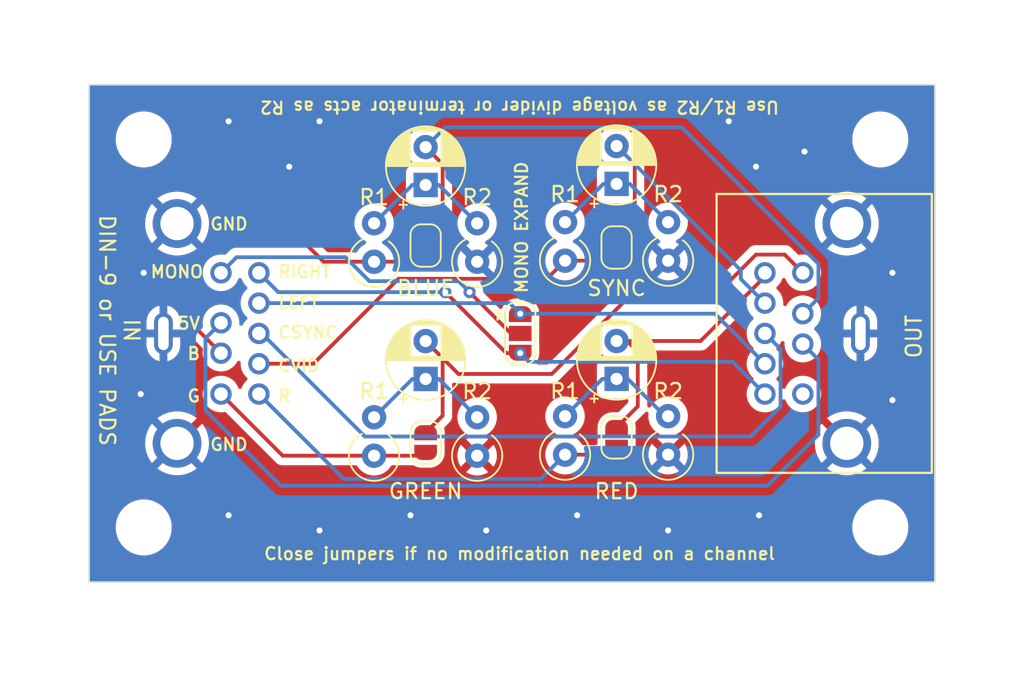
<source format=kicad_pcb>
(kicad_pcb (version 20221018) (generator pcbnew)
  (layers (0 "F.Cu" signal) (31 "B.Cu" signal) (34 "B.Paste" user) (35 "F.Paste" user) (36 "B.SilkS" user "B.Silkscreen") (37 "F.SilkS" user "F.Silkscreen") (38 "B.Mask" user) (39 "F.Mask" user) (44 "Edge.Cuts" user))
  (net 0 "")
  (net 1 "Net-(C101-Pad1)")
  (net 2 "/R_OUT")
  (net 3 "Net-(C102-Pad1)")
  (net 4 "/G_OUT")
  (net 5 "Net-(C103-Pad1)")
  (net 6 "/B_OUT")
  (net 7 "Net-(C104-Pad1)")
  (net 8 "/C_OUT")
  (net 9 "/B_IN")
  (net 10 "Net-(J101-5V)")
  (net 11 "/G_IN")
  (net 12 "/C_IN")
  (net 13 "Net-(J101-CSYNC)")
  (net 14 "/MONO_IN")
  (net 15 "/R_IN")
  (net 16 "/AL_OUT")
  (net 17 "GND")
  (net 18 "/AR_OUT")
  (footprint "REB-MD2:CUI_MD-90SM" (layer "F.Cu") (at 89.7 102 -90)
    (fp_text reference "J101")
    (fp_text value "MD-90SM")
    (pad "1" thru_hole circle (at 1.3 -3.8 270) (size 1.408 1.408) (drill 0.9) (layers "*.Cu" "*.Mask") (net 9 "/B_IN"))
    (pad "2" thru_hole circle (at -0.7 -3.8 270) (size 1.408 1.408) (drill 0.9) (layers "*.Cu" "*.Mask") (net 10 "Net-(J101-5V)"))
    (pad "3" thru_hole circle (at 4 -3.8 270) (size 1.408 1.408) (drill 0.9) (layers "*.Cu" "*.Mask") (net 11 "/G_IN"))
    (pad "4" thru_hole circle (at 2 -6.3 270) (size 1.408 1.408) (drill 0.9) (layers "*.Cu" "*.Mask") (net 12 "/C_IN"))
    (pad "5" thru_hole circle (at 0 -6.3 270) (size 1.408 1.408) (drill 0.9) (layers "*.Cu" "*.Mask") (net 13 "Net-(J101-CSYNC)"))
    (pad "6" thru_hole circle (at -4 -3.8 270) (size 1.408 1.408) (drill 0.9) (layers "*.Cu" "*.Mask") (net 14 "/MONO_IN"))
    (pad "7" thru_hole circle (at 4 -6.3 270) (size 1.408 1.408) (drill 0.9) (layers "*.Cu" "*.Mask") (net 15 "/R_IN"))
    (pad "8" thru_hole circle (at -2 -6.3 270) (size 1.408 1.408) (drill 0.9) (layers "*.Cu" "*.Mask") (net 16 "/AL_OUT"))
    (pad "9" thru_hole circle (at -4 -6.3 270) (size 1.408 1.408) (drill 0.9) (layers "*.Cu" "*.Mask") (net 18 "/AR_OUT"))
    (pad "S1" thru_hole oval (at 0 0 270) (size 2.73 1.23) (drill oval 2.2 0.7) (layers "*.Cu" "*.Mask") (net 17 "GND"))
    (pad "S2" thru_hole circle (at -7.25 -0.9 270) (size 3.216 3.216) (drill 2.2) (layers "*.Cu" "*.Mask") (net 17 "GND"))
    (pad "S3" thru_hole circle (at 7.25 -0.9 270) (size 3.216 3.216) (drill 2.2) (layers "*.Cu" "*.Mask") (net 17 "GND"))
  )
  (footprint "Resistor_THT:R_Axial_DIN0309_L9.0mm_D3.2mm_P2.54mm_Vertical" (layer "F.Cu") (at 116.2 97.2 90)
    (fp_text reference "R107")
    (fp_text value "R_Small")
    (pad "1" thru_hole circle (at 0 0 90) (size 1.6 1.6) (drill 0.8) (layers "*.Cu" "*.Mask") (net 12 "/C_IN"))
    (pad "2" thru_hole oval (at 2.54 0 90) (size 1.6 1.6) (drill 0.8) (layers "*.Cu" "*.Mask") (net 7 "Net-(C104-Pad1)"))
  )
  (footprint "MountingHole:MountingHole_3.2mm_M3" (layer "F.Cu") (at 137 89.2)
    (fp_text reference "H3")
    (fp_text value "MountingHole_3.2mm_M3")
    (pad "" np_thru_hole circle (at 0 0) (size 3.2 3.2) (drill 3.2) (layers "*.Cu" "*.Mask"))
  )
  (footprint "Resistor_THT:R_Axial_DIN0309_L9.0mm_D3.2mm_P2.54mm_Vertical" (layer "F.Cu") (at 103.6 110.070001 90)
    (fp_text reference "R103")
    (fp_text value "R_Small")
    (pad "1" thru_hole circle (at 0 0 90) (size 1.6 1.6) (drill 0.8) (layers "*.Cu" "*.Mask") (net 11 "/G_IN"))
    (pad "2" thru_hole oval (at 2.54 0 90) (size 1.6 1.6) (drill 0.8) (layers "*.Cu" "*.Mask") (net 3 "Net-(C102-Pad1)"))
  )
  (footprint "Resistor_THT:R_Axial_DIN0309_L9.0mm_D3.2mm_P2.54mm_Vertical" (layer "F.Cu") (at 110.4 110.070001 90)
    (fp_text reference "R104")
    (fp_text value "R_Small")
    (pad "1" thru_hole circle (at 0 0 90) (size 1.6 1.6) (drill 0.8) (layers "*.Cu" "*.Mask") (net 17 "GND"))
    (pad "2" thru_hole oval (at 2.54 0 90) (size 1.6 1.6) (drill 0.8) (layers "*.Cu" "*.Mask") (net 3 "Net-(C102-Pad1)"))
  )
  (footprint "Capacitor_THT:CP_Radial_D5.0mm_P2.50mm" (layer "F.Cu") (at 119.6 92.135112 90)
    (fp_text reference "C104")
    (fp_text value "C_Small")
    (pad "1" thru_hole rect (at 0 0 90) (size 1.6 1.6) (drill 0.8) (layers "*.Cu" "*.Mask") (net 7 "Net-(C104-Pad1)"))
    (pad "2" thru_hole circle (at 2.5 0 90) (size 1.6 1.6) (drill 0.8) (layers "*.Cu" "*.Mask") (net 8 "/C_OUT"))
  )
  (footprint "Jumper:SolderJumper-3_P1.3mm_Open_RoundedPad1.0x1.5mm" (layer "F.Cu") (at 113.2425 102 -90)
    (fp_text reference "JP106")
    (fp_text value "SolderJumper_3_Open")
    (pad "1" smd custom (at -1.3 0 270) (size 1 0.5) (layers "F.Cu" "F.Mask") (net 16 "/AL_OUT") (options (clearance outline) (anchor rect)) (primitives (gr_circle (center 0 0.25) (end 0.5 0.25) (width 0) (fill yes)) (gr_circle (center 0 -0.25) (end 0.5 -0.25) (width 0) (fill yes)) (gr_poly (pts (xy 0.55 0.75) (xy 0 0.75) (xy 0 -0.75) (xy 0.55 -0.75)) (width 0) (fill yes))))
    (pad "2" smd rect (at 0 0 270) (size 1 1.5) (layers "F.Cu" "F.Mask") (net 14 "/MONO_IN"))
    (pad "3" smd custom (at 1.3 0 270) (size 1 0.5) (layers "F.Cu" "F.Mask") (net 18 "/AR_OUT") (options (clearance outline) (anchor rect)) (primitives (gr_circle (center 0 0.25) (end 0.5 0.25) (width 0) (fill yes)) (gr_circle (center 0 -0.25) (end 0.5 -0.25) (width 0) (fill yes)) (gr_poly (pts (xy 0 0.75) (xy -0.55 0.75) (xy -0.55 -0.75) (xy 0 -0.75)) (width 0) (fill yes))))
  )
  (footprint "MountingHole:MountingHole_3.2mm_M3" (layer "F.Cu") (at 88.4 89.2)
    (fp_text reference "H1")
    (fp_text value "MountingHole_3.2mm_M3")
    (pad "" np_thru_hole circle (at 0 0) (size 3.2 3.2) (drill 3.2) (layers "*.Cu" "*.Mask"))
  )
  (footprint "Jumper:SolderJumper-2_P1.3mm_Open_RoundedPad1.0x1.5mm" (layer "F.Cu") (at 119.6 108.86 90)
    (fp_text reference "JP101")
    (fp_text value "Jumper_2_Bridged")
    (pad "1" smd custom (at -0.65 0 90) (size 1 0.5) (layers "F.Cu" "F.Mask") (net 15 "/R_IN") (options (clearance outline) (anchor rect)) (primitives (gr_circle (center 0 0.25) (end 0.5 0.25) (width 0) (fill yes)) (gr_circle (center 0 -0.25) (end 0.5 -0.25) (width 0) (fill yes)) (gr_poly (pts (xy 0.5 0.75) (xy 0 0.75) (xy 0 -0.75) (xy 0.5 -0.75)) (width 0) (fill yes))))
    (pad "2" smd custom (at 0.65 0 90) (size 1 0.5) (layers "F.Cu" "F.Mask") (net 2 "/R_OUT") (options (clearance outline) (anchor rect)) (primitives (gr_circle (center 0 0.25) (end 0.5 0.25) (width 0) (fill yes)) (gr_circle (center 0 -0.25) (end 0.5 -0.25) (width 0) (fill yes)) (gr_poly (pts (xy 0 0.75) (xy -0.5 0.75) (xy -0.5 -0.75) (xy 0 -0.75)) (width 0) (fill yes))))
  )
  (footprint "Resistor_THT:R_Axial_DIN0309_L9.0mm_D3.2mm_P2.54mm_Vertical" (layer "F.Cu") (at 116.2 110 90)
    (fp_text reference "R101")
    (fp_text value "R_Small")
    (pad "1" thru_hole circle (at 0 0 90) (size 1.6 1.6) (drill 0.8) (layers "*.Cu" "*.Mask") (net 15 "/R_IN"))
    (pad "2" thru_hole oval (at 2.54 0 90) (size 1.6 1.6) (drill 0.8) (layers "*.Cu" "*.Mask") (net 1 "Net-(C101-Pad1)"))
  )
  (footprint "MountingHole:MountingHole_3.2mm_M3" (layer "F.Cu") (at 137 114.8)
    (fp_text reference "H4")
    (fp_text value "MountingHole_3.2mm_M3")
    (pad "" np_thru_hole circle (at 0 0) (size 3.2 3.2) (drill 3.2) (layers "*.Cu" "*.Mask"))
  )
  (footprint "Resistor_THT:R_Axial_DIN0309_L9.0mm_D3.2mm_P2.54mm_Vertical" (layer "F.Cu") (at 110.4 97.27 90)
    (fp_text reference "R106")
    (fp_text value "R_Small")
    (pad "1" thru_hole circle (at 0 0 90) (size 1.6 1.6) (drill 0.8) (layers "*.Cu" "*.Mask") (net 17 "GND"))
    (pad "2" thru_hole oval (at 2.54 0 90) (size 1.6 1.6) (drill 0.8) (layers "*.Cu" "*.Mask") (net 5 "Net-(C103-Pad1)"))
  )
  (footprint "Jumper:SolderJumper-2_P1.3mm_Open_RoundedPad1.0x1.5mm" (layer "F.Cu") (at 107 109.200001 90)
    (fp_text reference "JP102")
    (fp_text value "Jumper_2_Bridged")
    (pad "1" smd custom (at -0.65 0 90) (size 1 0.5) (layers "F.Cu" "F.Mask") (net 11 "/G_IN") (options (clearance outline) (anchor rect)) (primitives (gr_circle (center 0 0.25) (end 0.5 0.25) (width 0) (fill yes)) (gr_circle (center 0 -0.25) (end 0.5 -0.25) (width 0) (fill yes)) (gr_poly (pts (xy 0.5 0.75) (xy 0 0.75) (xy 0 -0.75) (xy 0.5 -0.75)) (width 0) (fill yes))))
    (pad "2" smd custom (at 0.65 0 90) (size 1 0.5) (layers "F.Cu" "F.Mask") (net 4 "/G_OUT") (options (clearance outline) (anchor rect)) (primitives (gr_circle (center 0 0.25) (end 0.5 0.25) (width 0) (fill yes)) (gr_circle (center 0 -0.25) (end 0.5 -0.25) (width 0) (fill yes)) (gr_poly (pts (xy 0 0.75) (xy -0.5 0.75) (xy -0.5 -0.75) (xy 0 -0.75)) (width 0) (fill yes))))
  )
  (footprint "Resistor_THT:R_Axial_DIN0309_L9.0mm_D3.2mm_P2.54mm_Vertical" (layer "F.Cu") (at 123 110 90)
    (fp_text reference "R102")
    (fp_text value "R_Small")
    (pad "1" thru_hole circle (at 0 0 90) (size 1.6 1.6) (drill 0.8) (layers "*.Cu" "*.Mask") (net 17 "GND"))
    (pad "2" thru_hole oval (at 2.54 0 90) (size 1.6 1.6) (drill 0.8) (layers "*.Cu" "*.Mask") (net 1 "Net-(C101-Pad1)"))
  )
  (footprint "Capacitor_THT:CP_Radial_D5.0mm_P2.50mm" (layer "F.Cu") (at 107 105.005113 90)
    (fp_text reference "C102")
    (fp_text value "C_Small")
    (pad "1" thru_hole rect (at 0 0 90) (size 1.6 1.6) (drill 0.8) (layers "*.Cu" "*.Mask") (net 3 "Net-(C102-Pad1)"))
    (pad "2" thru_hole circle (at 2.5 0 90) (size 1.6 1.6) (drill 0.8) (layers "*.Cu" "*.Mask") (net 4 "/G_OUT"))
  )
  (footprint "Jumper:SolderJumper-2_P1.3mm_Open_RoundedPad1.0x1.5mm" (layer "F.Cu") (at 119.6 96.33 90)
    (fp_text reference "JP104")
    (fp_text value "Jumper_2_Bridged")
    (pad "1" smd custom (at -0.65 0 90) (size 1 0.5) (layers "F.Cu" "F.Mask") (net 12 "/C_IN") (options (clearance outline) (anchor rect)) (primitives (gr_circle (center 0 0.25) (end 0.5 0.25) (width 0) (fill yes)) (gr_circle (center 0 -0.25) (end 0.5 -0.25) (width 0) (fill yes)) (gr_poly (pts (xy 0.5 0.75) (xy 0 0.75) (xy 0 -0.75) (xy 0.5 -0.75)) (width 0) (fill yes))))
    (pad "2" smd custom (at 0.65 0 90) (size 1 0.5) (layers "F.Cu" "F.Mask") (net 8 "/C_OUT") (options (clearance outline) (anchor rect)) (primitives (gr_circle (center 0 0.25) (end 0.5 0.25) (width 0) (fill yes)) (gr_circle (center 0 -0.25) (end 0.5 -0.25) (width 0) (fill yes)) (gr_poly (pts (xy 0 0.75) (xy -0.5 0.75) (xy -0.5 -0.75) (xy 0 -0.75)) (width 0) (fill yes))))
  )
  (footprint "Resistor_THT:R_Axial_DIN0309_L9.0mm_D3.2mm_P2.54mm_Vertical" (layer "F.Cu") (at 103.6 97.27 90)
    (fp_text reference "R105")
    (fp_text value "R_Small")
    (pad "1" thru_hole circle (at 0 0 90) (size 1.6 1.6) (drill 0.8) (layers "*.Cu" "*.Mask") (net 9 "/B_IN"))
    (pad "2" thru_hole oval (at 2.54 0 90) (size 1.6 1.6) (drill 0.8) (layers "*.Cu" "*.Mask") (net 5 "Net-(C103-Pad1)"))
  )
  (footprint "Capacitor_THT:CP_Radial_D5.0mm_P2.50mm" (layer "F.Cu") (at 107 92.205112 90)
    (fp_text reference "C103")
    (fp_text value "C_Small")
    (pad "1" thru_hole rect (at 0 0 90) (size 1.6 1.6) (drill 0.8) (layers "*.Cu" "*.Mask") (net 5 "Net-(C103-Pad1)"))
    (pad "2" thru_hole circle (at 2.5 0 90) (size 1.6 1.6) (drill 0.8) (layers "*.Cu" "*.Mask") (net 6 "/B_OUT"))
  )
  (footprint "Jumper:SolderJumper-2_P1.3mm_Open_RoundedPad1.0x1.5mm" (layer "F.Cu") (at 107 96.2 90)
    (fp_text reference "JP103")
    (fp_text value "Jumper_2_Bridged")
    (pad "1" smd custom (at -0.65 0 90) (size 1 0.5) (layers "F.Cu" "F.Mask") (net 9 "/B_IN") (options (clearance outline) (anchor rect)) (primitives (gr_circle (center 0 0.25) (end 0.5 0.25) (width 0) (fill yes)) (gr_circle (center 0 -0.25) (end 0.5 -0.25) (width 0) (fill yes)) (gr_poly (pts (xy 0.5 0.75) (xy 0 0.75) (xy 0 -0.75) (xy 0.5 -0.75)) (width 0) (fill yes))))
    (pad "2" smd custom (at 0.65 0 90) (size 1 0.5) (layers "F.Cu" "F.Mask") (net 6 "/B_OUT") (options (clearance outline) (anchor rect)) (primitives (gr_circle (center 0 0.25) (end 0.5 0.25) (width 0) (fill yes)) (gr_circle (center 0 -0.25) (end 0.5 -0.25) (width 0) (fill yes)) (gr_poly (pts (xy 0 0.75) (xy -0.5 0.75) (xy -0.5 -0.75) (xy 0 -0.75)) (width 0) (fill yes))))
  )
  (footprint "REB-MD2:CUI_MD-90SM" (layer "F.Cu") (at 135.6885 102 90)
    (fp_text reference "J102")
    (fp_text value "MD-90SM")
    (pad "1" thru_hole circle (at 1.3 -3.8 90) (size 1.408 1.408) (drill 0.9) (layers "*.Cu" "*.Mask") (net 6 "/B_OUT"))
    (pad "2" thru_hole circle (at -0.7 -3.8 90) (size 1.408 1.408) (drill 0.9) (layers "*.Cu" "*.Mask") (net 10 "Net-(J101-5V)"))
    (pad "3" thru_hole circle (at 4 -3.8 90) (size 1.408 1.408) (drill 0.9) (layers "*.Cu" "*.Mask") (net 4 "/G_OUT"))
    (pad "4" thru_hole circle (at 2 -6.3 90) (size 1.408 1.408) (drill 0.9) (layers "*.Cu" "*.Mask") (net 8 "/C_OUT"))
    (pad "5" thru_hole circle (at 0 -6.3 90) (size 1.408 1.408) (drill 0.9) (layers "*.Cu" "*.Mask") (net 13 "Net-(J101-CSYNC)"))
    (pad "6" thru_hole circle (at -4 -3.8 90) (size 1.408 1.408) (drill 0.9) (layers "*.Cu" "*.Mask"))
    (pad "7" thru_hole circle (at 4 -6.3 90) (size 1.408 1.408) (drill 0.9) (layers "*.Cu" "*.Mask") (net 2 "/R_OUT"))
    (pad "8" thru_hole circle (at -2 -6.3 90) (size 1.408 1.408) (drill 0.9) (layers "*.Cu" "*.Mask") (net 16 "/AL_OUT"))
    (pad "9" thru_hole circle (at -4 -6.3 90) (size 1.408 1.408) (drill 0.9) (layers "*.Cu" "*.Mask") (net 18 "/AR_OUT"))
    (pad "S1" thru_hole oval (at 0 0 90) (size 2.73 1.23) (drill oval 2.2 0.7) (layers "*.Cu" "*.Mask") (net 17 "GND"))
    (pad "S2" thru_hole circle (at -7.25 -0.9 90) (size 3.216 3.216) (drill 2.2) (layers "*.Cu" "*.Mask") (net 17 "GND"))
    (pad "S3" thru_hole circle (at 7.25 -0.9 90) (size 3.216 3.216) (drill 2.2) (layers "*.Cu" "*.Mask") (net 17 "GND"))
  )
  (footprint "MountingHole:MountingHole_3.2mm_M3" (layer "F.Cu") (at 88.4 114.8)
    (fp_text reference "H2")
    (fp_text value "MountingHole_3.2mm_M3")
    (pad "" np_thru_hole circle (at 0 0) (size 3.2 3.2) (drill 3.2) (layers "*.Cu" "*.Mask"))
  )
  (footprint "Capacitor_THT:CP_Radial_D5.0mm_P2.50mm" (layer "F.Cu") (at 119.6 105 90)
    (fp_text reference "C101")
    (fp_text value "C_Small")
    (pad "1" thru_hole rect (at 0 0 90) (size 1.6 1.6) (drill 0.8) (layers "*.Cu" "*.Mask") (net 1 "Net-(C101-Pad1)"))
    (pad "2" thru_hole circle (at 2.5 0 90) (size 1.6 1.6) (drill 0.8) (layers "*.Cu" "*.Mask") (net 2 "/R_OUT"))
  )
  (footprint "Resistor_THT:R_Axial_DIN0309_L9.0mm_D3.2mm_P2.54mm_Vertical" (layer "F.Cu") (at 123 97.2 90)
    (fp_text reference "R108")
    (fp_text value "R_Small")
    (pad "1" thru_hole circle (at 0 0 90) (size 1.6 1.6) (drill 0.8) (layers "*.Cu" "*.Mask") (net 17 "GND"))
    (pad "2" thru_hole oval (at 2.54 0 90) (size 1.6 1.6) (drill 0.8) (layers "*.Cu" "*.Mask") (net 7 "Net-(C104-Pad1)"))
  )
  (gr_rect (start 126.2 92.8) (end 140.4 111.2) (stroke (width 0.15)) (fill none) (layer "F.SilkS"))
  (gr_rect (start 84.8 85.6) (end 140.6 118.4) (stroke (width 0.1)) (fill none) (layer "Edge.Cuts"))
  (gr_text "LEFT" (at 97.2 100.4) (layer "F.SilkS") (effects (font (size 0.8 0.8)) (justify left bottom)))
  (gr_text "G" (at 92.2 106.6) (layer "F.SilkS") (effects (font (size 0.8 0.8)) (justify right bottom)))
  (gr_text "CSYNC" (at 97.2 102.4) (layer "F.SilkS") (effects (font (size 0.8 0.8)) (justify left bottom)))
  (gr_text "B" (at 92.2 103.8) (layer "F.SilkS") (effects (font (size 0.8 0.8)) (justify right bottom)))
  (gr_text "GND" (at 92.71 95.25) (layer "F.SilkS") (effects (font (size 0.8 0.8)) (justify left bottom)))
  (gr_text "BLUE\n" (at 107 99.6) (layer "F.SilkS") (effects (font (size 1 1)) (justify bottom)))
  (gr_text "R1" (at 103.6 93.6) (layer "F.SilkS") (effects (font (size 1 1)) (justify bottom)))
  (gr_text "OUT" (at 139.8 102.2 90) (layer "F.SilkS") (effects (font (size 1 1)) (justify bottom)))
  (gr_text "GREEN" (at 107 113) (layer "F.SilkS") (effects (font (size 1 1)) (justify bottom)))
  (gr_text "R1" (at 103.6 106.4) (layer "F.SilkS") (effects (font (size 1 1)) (justify bottom)))
  (gr_text "RED" (at 119.6 113) (layer "F.SilkS") (effects (font (size 1 1)) (justify bottom)))
  (gr_text "MONO" (at 92.4 98.4) (layer "F.SilkS") (effects (font (size 0.8 0.8)) (justify right bottom)))
  (gr_text "Use R1/R2 as voltage divider or terminator acts as R2" (at 113.2 86.6 180) (layer "F.SilkS") (effects (font (size 0.8 0.8)) (justify bottom)))
  (gr_text "MONO EXPAND" (at 113.8 95 90) (layer "F.SilkS") (effects (font (size 0.8 0.8)) (justify bottom)))
  (gr_text "R2\n" (at 110.4 106.4) (layer "F.SilkS") (effects (font (size 1 1)) (justify bottom)))
  (gr_text "R2\n" (at 123 106.4) (layer "F.SilkS") (effects (font (size 1 1)) (justify bottom)))
  (gr_text "5V" (at 92.2 101.8) (layer "F.SilkS") (effects (font (size 0.8 0.8)) (justify right bottom)))
  (gr_text "R2\n" (at 123 93.4) (layer "F.SilkS") (effects (font (size 1 1)) (justify bottom)))
  (gr_text "R1" (at 116.2 93.4) (layer "F.SilkS") (effects (font (size 1 1)) (justify bottom)))
  (gr_text "GND" (at 92.71 109.8) (layer "F.SilkS") (effects (font (size 0.8 0.8)) (justify left bottom)))
  (gr_text "RIGHT" (at 97.2 98.4) (layer "F.SilkS") (effects (font (size 0.8 0.8)) (justify left bottom)))
  (gr_text "R2\n" (at 110.4 93.6) (layer "F.SilkS") (effects (font (size 1 1)) (justify bottom)))
  (gr_text "R" (at 97.2 106.6) (layer "F.SilkS") (effects (font (size 0.8 0.8)) (justify left bottom)))
  (gr_text "R1" (at 116.2 106.4) (layer "F.SilkS") (effects (font (size 1 1)) (justify bottom)))
  (gr_text "Close jumpers if no modification needed on a channel" (at 113.2 117) (layer "F.SilkS") (effects (font (size 0.8 0.8)) (justify bottom)))
  (gr_text "IN\nDIN-9 or USE PADS" (at 85.4 101.8 270) (layer "F.SilkS") (effects (font (size 1 1)) (justify bottom)))
  (gr_text "CVID" (at 97.2 104.6) (layer "F.SilkS") (effects (font (size 0.8 0.8)) (justify left bottom)))
  (gr_text "SYNC" (at 119.6 99.6) (layer "F.SilkS") (effects (font (size 1 1)) (justify bottom)))
  (segment (start 118.66 105) (end 119.6 105) (width 0.25) (layer "B.Cu") (net 1))
  (segment (start 119.6 105) (end 120.34 105) (width 0.25) (layer "B.Cu") (net 1))
  (segment (start 122.8 107.46) (end 123 107.46) (width 0.25) (layer "B.Cu") (net 1))
  (segment (start 120.34 105) (end 122.8 107.46) (width 0.25) (layer "B.Cu") (net 1))
  (segment (start 116.2 107.46) (end 118.66 105) (width 0.25) (layer "B.Cu") (net 1))
  (segment (start 119.6 108.21) (end 121 106.81) (width 0.25) (layer "F.Cu") (net 2))
  (segment (start 121 106.81) (end 121 103.2) (width 0.25) (layer "F.Cu") (net 2))
  (segment (start 121 103.2) (end 120.3 102.5) (width 0.25) (layer "F.Cu") (net 2))
  (segment (start 119.6 102.5) (end 125.1385 102.5) (width 0.25) (layer "F.Cu") (net 2))
  (segment (start 120.3 102.5) (end 119.6 102.5) (width 0.25) (layer "F.Cu") (net 2))
  (segment (start 129.3885 98.25) (end 129.3885 98) (width 0.25) (layer "F.Cu") (net 2))
  (segment (start 125.1385 102.5) (end 129.3885 98.25) (width 0.25) (layer "F.Cu") (net 2))
  (segment (start 107.875112 105.005113) (end 110.4 107.530001) (width 0.25) (layer "B.Cu") (net 3))
  (segment (start 107 105.005113) (end 107.875112 105.005113) (width 0.25) (layer "B.Cu") (net 3))
  (segment (start 103.6 107.530001) (end 106.124888 105.005113) (width 0.25) (layer "B.Cu") (net 3))
  (segment (start 106.124888 105.005113) (end 107 105.005113) (width 0.25) (layer "B.Cu") (net 3))
  (segment (start 107 108.550001) (end 108.125 107.425001) (width 0.25) (layer "F.Cu") (net 4))
  (segment (start 126 99.6) (end 128.8 96.8) (width 0.25) (layer "F.Cu") (net 4))
  (segment (start 115.325 104.675) (end 120.4 99.6) (width 0.25) (layer "F.Cu") (net 4))
  (segment (start 108.125 103.630113) (end 107 102.505113) (width 0.25) (layer "F.Cu") (net 4))
  (segment (start 109.169887 104.675) (end 115.325 104.675) (width 0.25) (layer "F.Cu") (net 4))
  (segment (start 120.4 99.6) (end 126 99.6) (width 0.25) (layer "F.Cu") (net 4))
  (segment (start 107 102.505113) (end 109.169887 104.675) (width 0.25) (layer "F.Cu") (net 4))
  (segment (start 108.125 107.425001) (end 108.125 103.630113) (width 0.25) (layer "F.Cu") (net 4))
  (segment (start 128.8 96.8) (end 130.6885 96.8) (width 0.25) (layer "F.Cu") (net 4))
  (segment (start 130.6885 96.8) (end 131.8885 98) (width 0.25) (layer "F.Cu") (net 4))
  (segment (start 107 92.205112) (end 107.875112 92.205112) (width 0.25) (layer "B.Cu") (net 5))
  (segment (start 107.875112 92.205112) (end 110.4 94.73) (width 0.25) (layer "B.Cu") (net 5))
  (segment (start 103.6 94.73) (end 106.124888 92.205112) (width 0.25) (layer "B.Cu") (net 5))
  (segment (start 106.124888 92.205112) (end 107 92.205112) (width 0.25) (layer "B.Cu") (net 5))
  (segment (start 108.125 94.425) (end 108.125 90.830112) (width 0.25) (layer "F.Cu") (net 6))
  (segment (start 108.125 90.830112) (end 107 89.705112) (width 0.25) (layer "F.Cu") (net 6))
  (segment (start 107 95.55) (end 108.125 94.425) (width 0.25) (layer "F.Cu") (net 6))
  (segment (start 131.8885 100.7) (end 132.9175 99.671) (width 0.25) (layer "B.Cu") (net 6))
  (segment (start 132.9175 97.4175) (end 123.9 88.4) (width 0.25) (layer "B.Cu") (net 6))
  (segment (start 108.305112 88.4) (end 107 89.705112) (width 0.25) (layer "B.Cu") (net 6))
  (segment (start 123.9 88.4) (end 108.305112 88.4) (width 0.25) (layer "B.Cu") (net 6))
  (segment (start 132.9175 99.671) (end 132.9175 97.4175) (width 0.25) (layer "B.Cu") (net 6))
  (segment (start 120.475112 92.135112) (end 123 94.66) (width 0.25) (layer "B.Cu") (net 7))
  (segment (start 119.6 92.135112) (end 120.475112 92.135112) (width 0.25) (layer "B.Cu") (net 7))
  (segment (start 118.724888 92.135112) (end 119.6 92.135112) (width 0.25) (layer "B.Cu") (net 7))
  (segment (start 116.2 94.66) (end 118.724888 92.135112) (width 0.25) (layer "B.Cu") (net 7))
  (segment (start 119.6 95.68) (end 120.8 94.48) (width 0.25) (layer "F.Cu") (net 8))
  (segment (start 120.8 94.48) (end 120.8 90.835112) (width 0.25) (layer "F.Cu") (net 8))
  (segment (start 120.8 90.835112) (end 119.6 89.635112) (width 0.25) (layer "F.Cu") (net 8))
  (segment (start 119.6 89.635112) (end 127.8 97.835112) (width 0.25) (layer "B.Cu") (net 8))
  (segment (start 127.8 98.4115) (end 129.3885 100) (width 0.25) (layer "B.Cu") (net 8))
  (segment (start 127.8 97.835112) (end 127.8 98.4115) (width 0.25) (layer "B.Cu") (net 8))
  (segment (start 92 101.8) (end 93.5 103.3) (width 0.25) (layer "F.Cu") (net 9))
  (segment (start 92 97.4) (end 92 101.8) (width 0.25) (layer "F.Cu") (net 9))
  (segment (start 103.6 97.27) (end 106.58 97.27) (width 0.25) (layer "F.Cu") (net 9))
  (segment (start 106.58 97.27) (end 107 96.85) (width 0.25) (layer "F.Cu") (net 9))
  (segment (start 99 96) (end 93.4 96) (width 0.25) (layer "F.Cu") (net 9))
  (segment (start 103.6 97.27) (end 100.27 97.27) (width 0.25) (layer "F.Cu") (net 9))
  (segment (start 93.4 96) (end 92 97.4) (width 0.25) (layer "F.Cu") (net 9))
  (segment (start 100.27 97.27) (end 99 96) (width 0.25) (layer "F.Cu") (net 9))
  (segment (start 92.471 107.071) (end 97.45 112.05) (width 0.25) (layer "B.Cu") (net 10))
  (segment (start 93.5 101.3) (end 92.471 102.329) (width 0.25) (layer "B.Cu") (net 10))
  (segment (start 92.471 102.329) (end 92.471 107.071) (width 0.25) (layer "B.Cu") (net 10))
  (segment (start 97.45 112.05) (end 129.55 112.05) (width 0.25) (layer "B.Cu") (net 10))
  (segment (start 132.9175 108.6825) (end 132.9175 103.729) (width 0.25) (layer "B.Cu") (net 10))
  (segment (start 132.9175 103.729) (end 131.8885 102.7) (width 0.25) (layer "B.Cu") (net 10))
  (segment (start 129.55 112.05) (end 132.9175 108.6825) (width 0.25) (layer "B.Cu") (net 10))
  (segment (start 93.5 106) (end 97.570001 110.070001) (width 0.25) (layer "F.Cu") (net 11))
  (segment (start 97.570001 110.070001) (end 103.6 110.070001) (width 0.25) (layer "F.Cu") (net 11))
  (segment (start 103.6 110.070001) (end 106.78 110.070001) (width 0.25) (layer "F.Cu") (net 11))
  (segment (start 106.78 110.070001) (end 107 109.850001) (width 0.25) (layer "F.Cu") (net 11))
  (segment (start 99.6 104) (end 105.205 98.395) (width 0.25) (layer "F.Cu") (net 12))
  (segment (start 115.005 98.395) (end 116.2 97.2) (width 0.25) (layer "F.Cu") (net 12))
  (segment (start 96 104) (end 99.6 104) (width 0.25) (layer "F.Cu") (net 12))
  (segment (start 119.38 97.2) (end 119.6 96.98) (width 0.25) (layer "F.Cu") (net 12))
  (segment (start 105.205 98.395) (end 115.005 98.395) (width 0.25) (layer "F.Cu") (net 12))
  (segment (start 116.2 97.2) (end 119.38 97.2) (width 0.25) (layer "F.Cu") (net 12))
  (segment (start 130.4175 103.029) (end 129.3885 102) (width 0.25) (layer "B.Cu") (net 13))
  (segment (start 130.4175 106.842) (end 130.4175 103.029) (width 0.25) (layer "B.Cu") (net 13))
  (segment (start 128.4595 108.8) (end 130.4175 106.842) (width 0.25) (layer "B.Cu") (net 13))
  (segment (start 96 102) (end 96.189008 102) (width 0.25) (layer "B.Cu") (net 13))
  (segment (start 102.989008 108.8) (end 128.4595 108.8) (width 0.25) (layer "B.Cu") (net 13))
  (segment (start 96.189008 102) (end 102.989008 108.8) (width 0.25) (layer "B.Cu") (net 13))
  (segment (start 112.6245 102) (end 113.2425 102) (width 0.25) (layer "F.Cu") (net 14))
  (segment (start 109.9 99.2755) (end 112.6245 102) (width 0.25) (layer "F.Cu") (net 14))
  (via (at 109.9 99.2755) (size 0.8) (drill 0.4) (layers "F.Cu" "B.Cu") (net 14))
  (segment (start 94.529 96.971) (end 101.710009 96.971) (width 0.25) (layer "B.Cu") (net 14))
  (segment (start 103.289509 98.5505) (end 109.175 98.5505) (width 0.25) (layer "B.Cu") (net 14))
  (segment (start 93.5 98) (end 94.529 96.971) (width 0.25) (layer "B.Cu") (net 14))
  (segment (start 101.710009 96.971) (end 103.289509 98.5505) (width 0.25) (layer "B.Cu") (net 14))
  (segment (start 109.175 98.5505) (end 109.9 99.2755) (width 0.25) (layer "B.Cu") (net 14))
  (segment (start 119.11 110) (end 119.6 109.51) (width 0.25) (layer "F.Cu") (net 15))
  (segment (start 116.2 110) (end 119.11 110) (width 0.25) (layer "F.Cu") (net 15))
  (segment (start 114.6 111.6) (end 116.2 110) (width 0.25) (layer "B.Cu") (net 15))
  (segment (start 101.6 111.6) (end 114.6 111.6) (width 0.25) (layer "B.Cu") (net 15))
  (segment (start 96 106) (end 101.6 111.6) (width 0.25) (layer "B.Cu") (net 15))
  (via (at 113.2425 100.7) (size 0.8) (drill 0.4) (layers "F.Cu" "B.Cu") (net 16))
  (segment (start 112.5425 100) (end 113.2425 100.7) (width 0.25) (layer "B.Cu") (net 16))
  (segment (start 96 100) (end 112.5425 100) (width 0.25) (layer "B.Cu") (net 16))
  (segment (start 129.3885 104) (end 126.0885 100.7) (width 0.25) (layer "B.Cu") (net 16))
  (segment (start 126.0885 100.7) (end 113.2425 100.7) (width 0.25) (layer "B.Cu") (net 16))
  (via (at 129 114) (size 0.8) (drill 0.4) (layers "F.Cu" "B.Cu") (net 17))
  (via (at 94 114) (size 0.8) (drill 0.4) (layers "F.Cu" "B.Cu") (net 17))
  (via (at 128.8 91) (size 0.8) (drill 0.4) (layers "F.Cu" "B.Cu") (net 17))
  (via (at 137.8 106.4) (size 0.8) (drill 0.4) (layers "F.Cu" "B.Cu") (net 17))
  (via (at 88.2 106) (size 0.8) (drill 0.4) (layers "F.Cu" "B.Cu") (net 17))
  (via (at 100 115) (size 0.8) (drill 0.4) (layers "F.Cu" "B.Cu") (net 17))
  (via (at 111 115) (size 0.8) (drill 0.4) (layers "F.Cu" "B.Cu") (net 17))
  (via (at 100 88) (size 0.8) (drill 0.4) (layers "F.Cu" "B.Cu") (net 17))
  (via (at 98 91) (size 0.8) (drill 0.4) (layers "F.Cu" "B.Cu") (net 17))
  (via (at 94 88) (size 0.8) (drill 0.4) (layers "F.Cu" "B.Cu") (net 17))
  (via (at 132 90) (size 0.8) (drill 0.4) (layers "F.Cu" "B.Cu") (net 17))
  (via (at 137.8 98) (size 0.8) (drill 0.4) (layers "F.Cu" "B.Cu") (net 17))
  (via (at 127 88) (size 0.8) (drill 0.4) (layers "F.Cu" "B.Cu") (net 17))
  (via (at 123 115) (size 0.8) (drill 0.4) (layers "F.Cu" "B.Cu") (net 17))
  (via (at 88.4 98) (size 0.8) (drill 0.4) (layers "F.Cu" "B.Cu") (net 17))
  (via (at 117 114) (size 0.8) (drill 0.4) (layers "F.Cu" "B.Cu") (net 17))
  (via (at 106 114) (size 0.8) (drill 0.4) (layers "F.Cu" "B.Cu") (net 17))
  (segment (start 112.3245 103.3) (end 113.2425 103.3) (width 0.25) (layer "F.Cu") (net 18))
  (segment (start 108.3 99.2755) (end 112.3245 103.3) (width 0.25) (layer "F.Cu") (net 18))
  (via (at 113.2425 103.3) (size 0.8) (drill 0.4) (layers "F.Cu" "B.Cu") (net 18))
  (via (at 108.3 99.2755) (size 0.8) (drill 0.4) (layers "F.Cu" "B.Cu") (net 18))
  (segment (start 96 98) (end 97.2755 99.2755) (width 0.25) (layer "B.Cu") (net 18))
  (segment (start 129.3885 106) (end 127.2635 103.875) (width 0.25) (layer "B.Cu") (net 18))
  (segment (start 113.8175 103.875) (end 113.2425 103.3) (width 0.25) (layer "B.Cu") (net 18))
  (segment (start 97.2755 99.2755) (end 108.3 99.2755) (width 0.25) (layer "B.Cu") (net 18))
  (segment (start 127.2635 103.875) (end 113.8175 103.875) (width 0.25) (layer "B.Cu") (net 18))
  (zone (net 17) (net_name "GND") (layers "F&B.Cu") (connect_pads (clearance 0.5)) (min_thickness 0.25) (fill yes (thermal_gap 0.5) (thermal_bridge_width 0.5))
    (polygon (pts (xy 80 80) (xy 145 80) (xy 145 125) (xy 80 125)))
  )
)
</source>
